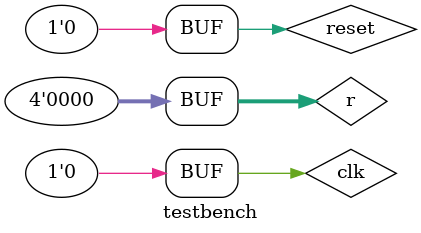
<source format=sv>
module testbench();

	// inputs
	logic clk, reset;
	logic [3:0] r;
	
	// outputs 
	logic [3:0] c;
	logic [6:0] seg; 
	logic [1:0] anode;
					
					
	// instantiate device under test
	// inputs are a, b, cin.
	// outputs are s and cout
	lab3_sg dut(clk, reset, r, c, seg, anode);
	
	
	always
		begin
			clk=1; #1; clk=0; #1;
		end
	
	
	initial begin
		reset = 1; #10; reset = 0;
		r = 4'b1000; #200;
		r = 4'b0000; #200;
		
		r = 4'b0100; #200;
		r = 4'b0000; #200;
		
		r = 4'b0010; #200;
		r = 4'b0000; #200;
		
		r = 4'b0001; #200;
		r = 4'b0000; #200;
		
	end


endmodule 
</source>
